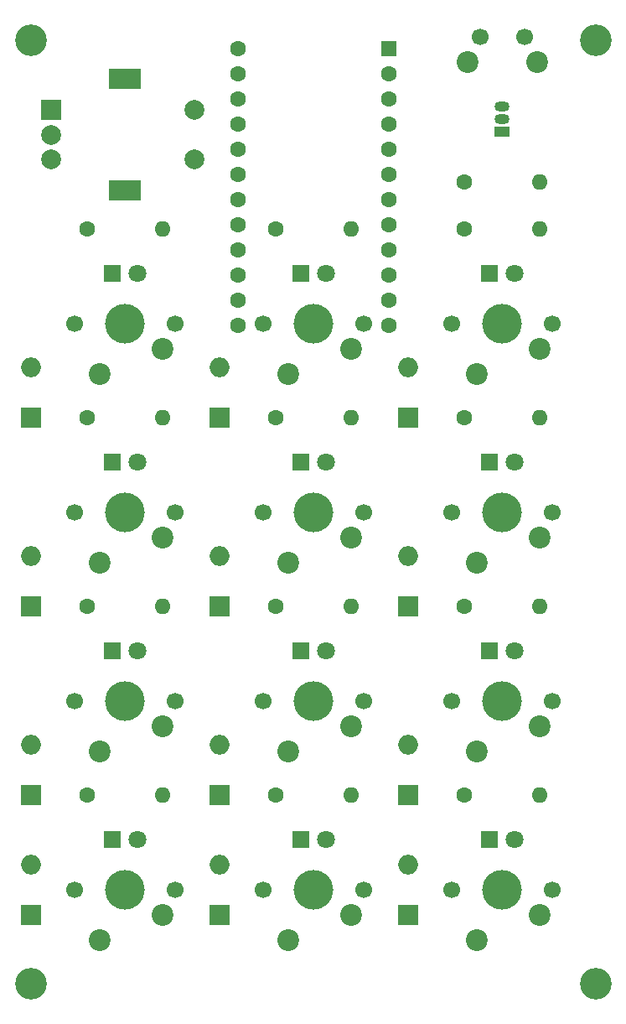
<source format=gts>
%TF.GenerationSoftware,KiCad,Pcbnew,(5.1.9)-1*%
%TF.CreationDate,2021-03-01T21:33:36-08:00*%
%TF.ProjectId,numpad,6e756d70-6164-42e6-9b69-6361645f7063,rev?*%
%TF.SameCoordinates,Original*%
%TF.FileFunction,Soldermask,Top*%
%TF.FilePolarity,Negative*%
%FSLAX46Y46*%
G04 Gerber Fmt 4.6, Leading zero omitted, Abs format (unit mm)*
G04 Created by KiCad (PCBNEW (5.1.9)-1) date 2021-03-01 21:33:36*
%MOMM*%
%LPD*%
G01*
G04 APERTURE LIST*
%ADD10R,2.000000X2.000000*%
%ADD11C,2.000000*%
%ADD12R,3.200000X2.000000*%
%ADD13C,1.700000*%
%ADD14C,4.000000*%
%ADD15C,2.200000*%
%ADD16C,1.600000*%
%ADD17R,1.600000X1.600000*%
%ADD18C,1.800000*%
%ADD19R,1.800000X1.800000*%
%ADD20O,1.600000X1.600000*%
%ADD21O,1.500000X1.050000*%
%ADD22R,1.500000X1.050000*%
%ADD23O,2.000000X2.000000*%
%ADD24C,3.200000*%
G04 APERTURE END LIST*
D10*
%TO.C,SW1*%
X198144858Y-49093750D03*
D11*
X198144858Y-51593750D03*
X198144858Y-54093750D03*
D12*
X205644858Y-45993750D03*
X205644858Y-57193750D03*
D11*
X212644858Y-49093750D03*
X212644858Y-54093750D03*
%TD*%
D13*
%TO.C,K1*%
X200564750Y-70643750D03*
X210724750Y-70643750D03*
D14*
X205644750Y-70643750D03*
D15*
X209454750Y-73183750D03*
X203104750Y-75723750D03*
%TD*%
D13*
%TO.C,K2*%
X219614750Y-70643750D03*
X229774750Y-70643750D03*
D14*
X224694750Y-70643750D03*
D15*
X228504750Y-73183750D03*
X222154750Y-75723750D03*
%TD*%
D13*
%TO.C,K3*%
X238664750Y-70643750D03*
X248824750Y-70643750D03*
D14*
X243744750Y-70643750D03*
D15*
X247554750Y-73183750D03*
X241204750Y-75723750D03*
%TD*%
D13*
%TO.C,K4*%
X200564750Y-89693750D03*
X210724750Y-89693750D03*
D14*
X205644750Y-89693750D03*
D15*
X209454750Y-92233750D03*
X203104750Y-94773750D03*
%TD*%
%TO.C,K5*%
X222154750Y-94773750D03*
X228504750Y-92233750D03*
D14*
X224694750Y-89693750D03*
D13*
X229774750Y-89693750D03*
X219614750Y-89693750D03*
%TD*%
%TO.C,K6*%
X238664750Y-89693750D03*
X248824750Y-89693750D03*
D14*
X243744750Y-89693750D03*
D15*
X247554750Y-92233750D03*
X241204750Y-94773750D03*
%TD*%
%TO.C,K7*%
X203104750Y-113823750D03*
X209454750Y-111283750D03*
D14*
X205644750Y-108743750D03*
D13*
X210724750Y-108743750D03*
X200564750Y-108743750D03*
%TD*%
%TO.C,K8*%
X219614750Y-108743750D03*
X229774750Y-108743750D03*
D14*
X224694750Y-108743750D03*
D15*
X228504750Y-111283750D03*
X222154750Y-113823750D03*
%TD*%
%TO.C,K9*%
X241204750Y-113823750D03*
X247554750Y-111283750D03*
D14*
X243744750Y-108743750D03*
D13*
X248824750Y-108743750D03*
X238664750Y-108743750D03*
%TD*%
%TO.C,K10*%
X200564750Y-127793750D03*
X210724750Y-127793750D03*
D14*
X205644750Y-127793750D03*
D15*
X209454750Y-130333750D03*
X203104750Y-132873750D03*
%TD*%
D13*
%TO.C,K11*%
X219614750Y-127793750D03*
X229774750Y-127793750D03*
D14*
X224694750Y-127793750D03*
D15*
X228504750Y-130333750D03*
X222154750Y-132873750D03*
%TD*%
%TO.C,K12*%
X241204750Y-132873750D03*
X247554750Y-130333750D03*
D14*
X243744750Y-127793750D03*
D13*
X248824750Y-127793750D03*
X238664750Y-127793750D03*
%TD*%
D16*
%TO.C,U1*%
X217074750Y-42895000D03*
X217074750Y-45435000D03*
X217074750Y-47975000D03*
X217074750Y-50515000D03*
X217074750Y-53055000D03*
X217074750Y-55595000D03*
X217074750Y-58135000D03*
X217074750Y-60675000D03*
X217074750Y-63215000D03*
X217074750Y-65755000D03*
X217074750Y-68295000D03*
X217074750Y-70835000D03*
X232314750Y-70835000D03*
X232314750Y-68295000D03*
X232314750Y-65755000D03*
X232314750Y-63215000D03*
X232314750Y-60675000D03*
X232314750Y-58135000D03*
X232314750Y-55595000D03*
X232314750Y-53055000D03*
X232314750Y-50515000D03*
X232314750Y-47975000D03*
X232314750Y-45435000D03*
D17*
X232314750Y-42895000D03*
%TD*%
D18*
%TO.C,D13*%
X206909750Y-65563750D03*
D19*
X204369750Y-65563750D03*
%TD*%
%TO.C,D14*%
X223419750Y-65563750D03*
D18*
X225959750Y-65563750D03*
%TD*%
%TO.C,D15*%
X245009750Y-65563750D03*
D19*
X242469750Y-65563750D03*
%TD*%
%TO.C,D16*%
X204369750Y-84613750D03*
D18*
X206909750Y-84613750D03*
%TD*%
%TO.C,D17*%
X225959750Y-84613750D03*
D19*
X223419750Y-84613750D03*
%TD*%
%TO.C,D18*%
X242469750Y-84613750D03*
D18*
X245009750Y-84613750D03*
%TD*%
%TO.C,D19*%
X206909750Y-103663750D03*
D19*
X204369750Y-103663750D03*
%TD*%
%TO.C,D20*%
X223419750Y-103663750D03*
D18*
X225959750Y-103663750D03*
%TD*%
%TO.C,D21*%
X245009750Y-103663750D03*
D19*
X242469750Y-103663750D03*
%TD*%
%TO.C,D22*%
X204369750Y-122713750D03*
D18*
X206909750Y-122713750D03*
%TD*%
D19*
%TO.C,D23*%
X223419750Y-122713750D03*
D18*
X225959750Y-122713750D03*
%TD*%
%TO.C,D24*%
X245009750Y-122713750D03*
D19*
X242469750Y-122713750D03*
%TD*%
D16*
%TO.C,R0*%
X239934750Y-56356250D03*
D20*
X247554750Y-56356250D03*
%TD*%
%TO.C,R1*%
X209454750Y-61118750D03*
D16*
X201834750Y-61118750D03*
%TD*%
%TO.C,R2*%
X220884750Y-61118750D03*
D20*
X228504750Y-61118750D03*
%TD*%
D16*
%TO.C,R3*%
X239934750Y-61118750D03*
D20*
X247554750Y-61118750D03*
%TD*%
%TO.C,R4*%
X209454750Y-80168750D03*
D16*
X201834750Y-80168750D03*
%TD*%
%TO.C,R5*%
X220884750Y-80168750D03*
D20*
X228504750Y-80168750D03*
%TD*%
%TO.C,R6*%
X247554750Y-80168750D03*
D16*
X239934750Y-80168750D03*
%TD*%
%TO.C,R7*%
X201834750Y-99218750D03*
D20*
X209454750Y-99218750D03*
%TD*%
%TO.C,R8*%
X228504750Y-99218750D03*
D16*
X220884750Y-99218750D03*
%TD*%
D20*
%TO.C,R9*%
X247554750Y-99218750D03*
D16*
X239934750Y-99218750D03*
%TD*%
%TO.C,R10*%
X201834750Y-118268750D03*
D20*
X209454750Y-118268750D03*
%TD*%
%TO.C,R11*%
X228504750Y-118268750D03*
D16*
X220884750Y-118268750D03*
%TD*%
%TO.C,R12*%
X239934750Y-118268750D03*
D20*
X247554750Y-118268750D03*
%TD*%
D13*
%TO.C,SW0*%
X241494750Y-41768750D03*
X245994750Y-41768750D03*
D15*
X240244750Y-44268750D03*
X247244750Y-44268750D03*
%TD*%
D21*
%TO.C,U2*%
X243744750Y-50006250D03*
X243744750Y-48736250D03*
D22*
X243744750Y-51276250D03*
%TD*%
D10*
%TO.C,D1*%
X196119750Y-80168750D03*
D23*
X196119750Y-75088750D03*
%TD*%
D10*
%TO.C,D2*%
X215169750Y-80168750D03*
D23*
X215169750Y-75088750D03*
%TD*%
%TO.C,D3*%
X234219750Y-75088750D03*
D10*
X234219750Y-80168750D03*
%TD*%
%TO.C,D4*%
X196119750Y-99218750D03*
D23*
X196119750Y-94138750D03*
%TD*%
%TO.C,D5*%
X215169750Y-94138750D03*
D10*
X215169750Y-99218750D03*
%TD*%
%TO.C,D6*%
X234219750Y-99218750D03*
D23*
X234219750Y-94138750D03*
%TD*%
%TO.C,D7*%
X196119750Y-113188750D03*
D10*
X196119750Y-118268750D03*
%TD*%
%TO.C,D8*%
X215169750Y-118268750D03*
D23*
X215169750Y-113188750D03*
%TD*%
%TO.C,D9*%
X234219750Y-113188750D03*
D10*
X234219750Y-118268750D03*
%TD*%
%TO.C,D10*%
X196119750Y-130333750D03*
D23*
X196119750Y-125253750D03*
%TD*%
%TO.C,D11*%
X215169750Y-125253750D03*
D10*
X215169750Y-130333750D03*
%TD*%
D23*
%TO.C,D12*%
X234219750Y-125253750D03*
D10*
X234219750Y-130333750D03*
%TD*%
D24*
%TO.C,H1*%
X196119750Y-42068750D03*
%TD*%
%TO.C,H2*%
X253206250Y-42068750D03*
%TD*%
%TO.C,H3*%
X196119750Y-137318750D03*
%TD*%
%TO.C,H4*%
X253206250Y-137318750D03*
%TD*%
M02*

</source>
